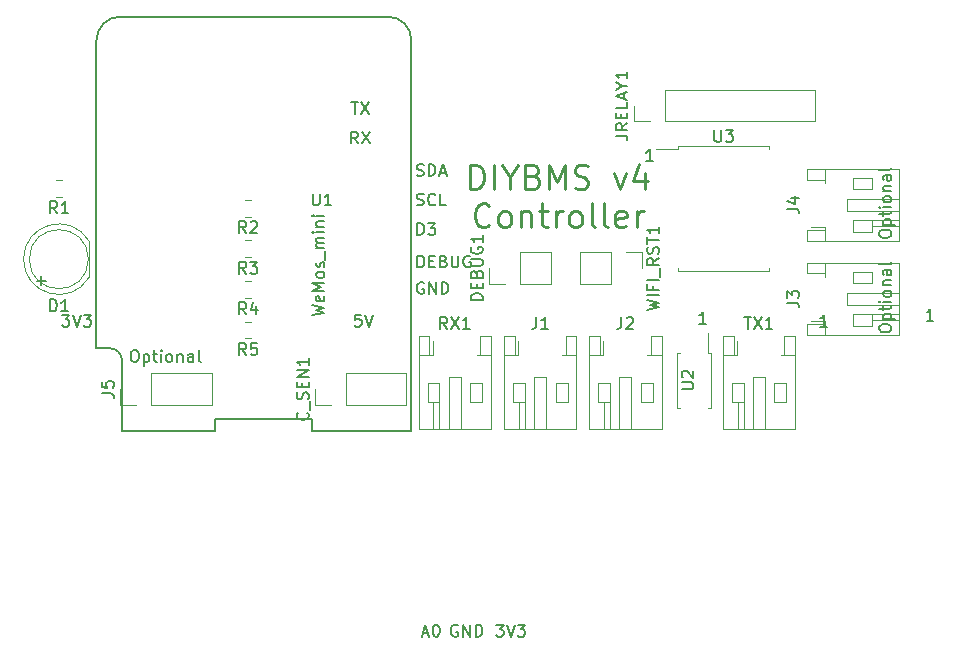
<source format=gbr>
G04 #@! TF.GenerationSoftware,KiCad,Pcbnew,5.1.5-52549c5~84~ubuntu18.04.1*
G04 #@! TF.CreationDate,2020-01-17T22:56:57+01:00*
G04 #@! TF.ProjectId,ESPControllerCircuit,45535043-6f6e-4747-926f-6c6c65724369,rev?*
G04 #@! TF.SameCoordinates,Original*
G04 #@! TF.FileFunction,Legend,Top*
G04 #@! TF.FilePolarity,Positive*
%FSLAX46Y46*%
G04 Gerber Fmt 4.6, Leading zero omitted, Abs format (unit mm)*
G04 Created by KiCad (PCBNEW 5.1.5-52549c5~84~ubuntu18.04.1) date 2020-01-17 22:56:57*
%MOMM*%
%LPD*%
G04 APERTURE LIST*
%ADD10C,0.150000*%
%ADD11C,0.250000*%
%ADD12C,0.120000*%
G04 APERTURE END LIST*
D10*
X100738095Y-103952380D02*
X101309523Y-103952380D01*
X101023809Y-104952380D02*
X101023809Y-103952380D01*
X101547619Y-103952380D02*
X102214285Y-104952380D01*
X102214285Y-103952380D02*
X101547619Y-104952380D01*
X101309523Y-107452380D02*
X100976190Y-106976190D01*
X100738094Y-107452380D02*
X100738094Y-106452380D01*
X101119047Y-106452380D01*
X101214285Y-106500000D01*
X101261904Y-106547619D01*
X101309523Y-106642857D01*
X101309523Y-106785714D01*
X101261904Y-106880952D01*
X101214285Y-106928571D01*
X101119047Y-106976190D01*
X100738094Y-106976190D01*
X101642856Y-106452380D02*
X102309523Y-107452380D01*
X102309523Y-106452380D02*
X101642856Y-107452380D01*
X130785714Y-122702380D02*
X130214285Y-122702380D01*
X130500000Y-122702380D02*
X130500000Y-121702380D01*
X130404761Y-121845238D01*
X130309523Y-121940476D01*
X130214285Y-121988095D01*
X141035714Y-122952380D02*
X140464285Y-122952380D01*
X140750000Y-122952380D02*
X140750000Y-121952380D01*
X140654761Y-122095238D01*
X140559523Y-122190476D01*
X140464285Y-122238095D01*
X82309523Y-124952380D02*
X82500000Y-124952380D01*
X82595238Y-125000000D01*
X82690476Y-125095238D01*
X82738095Y-125285714D01*
X82738095Y-125619047D01*
X82690476Y-125809523D01*
X82595238Y-125904761D01*
X82500000Y-125952380D01*
X82309523Y-125952380D01*
X82214285Y-125904761D01*
X82119047Y-125809523D01*
X82071428Y-125619047D01*
X82071428Y-125285714D01*
X82119047Y-125095238D01*
X82214285Y-125000000D01*
X82309523Y-124952380D01*
X83166666Y-125285714D02*
X83166666Y-126285714D01*
X83166666Y-125333333D02*
X83261904Y-125285714D01*
X83452380Y-125285714D01*
X83547619Y-125333333D01*
X83595238Y-125380952D01*
X83642857Y-125476190D01*
X83642857Y-125761904D01*
X83595238Y-125857142D01*
X83547619Y-125904761D01*
X83452380Y-125952380D01*
X83261904Y-125952380D01*
X83166666Y-125904761D01*
X83928571Y-125285714D02*
X84309523Y-125285714D01*
X84071428Y-124952380D02*
X84071428Y-125809523D01*
X84119047Y-125904761D01*
X84214285Y-125952380D01*
X84309523Y-125952380D01*
X84642857Y-125952380D02*
X84642857Y-125285714D01*
X84642857Y-124952380D02*
X84595238Y-125000000D01*
X84642857Y-125047619D01*
X84690476Y-125000000D01*
X84642857Y-124952380D01*
X84642857Y-125047619D01*
X85261904Y-125952380D02*
X85166666Y-125904761D01*
X85119047Y-125857142D01*
X85071428Y-125761904D01*
X85071428Y-125476190D01*
X85119047Y-125380952D01*
X85166666Y-125333333D01*
X85261904Y-125285714D01*
X85404761Y-125285714D01*
X85500000Y-125333333D01*
X85547619Y-125380952D01*
X85595238Y-125476190D01*
X85595238Y-125761904D01*
X85547619Y-125857142D01*
X85500000Y-125904761D01*
X85404761Y-125952380D01*
X85261904Y-125952380D01*
X86023809Y-125285714D02*
X86023809Y-125952380D01*
X86023809Y-125380952D02*
X86071428Y-125333333D01*
X86166666Y-125285714D01*
X86309523Y-125285714D01*
X86404761Y-125333333D01*
X86452380Y-125428571D01*
X86452380Y-125952380D01*
X87357142Y-125952380D02*
X87357142Y-125428571D01*
X87309523Y-125333333D01*
X87214285Y-125285714D01*
X87023809Y-125285714D01*
X86928571Y-125333333D01*
X87357142Y-125904761D02*
X87261904Y-125952380D01*
X87023809Y-125952380D01*
X86928571Y-125904761D01*
X86880952Y-125809523D01*
X86880952Y-125714285D01*
X86928571Y-125619047D01*
X87023809Y-125571428D01*
X87261904Y-125571428D01*
X87357142Y-125523809D01*
X87976190Y-125952380D02*
X87880952Y-125904761D01*
X87833333Y-125809523D01*
X87833333Y-124952380D01*
X145452380Y-115190476D02*
X145452380Y-115000000D01*
X145500000Y-114904761D01*
X145595238Y-114809523D01*
X145785714Y-114761904D01*
X146119047Y-114761904D01*
X146309523Y-114809523D01*
X146404761Y-114904761D01*
X146452380Y-115000000D01*
X146452380Y-115190476D01*
X146404761Y-115285714D01*
X146309523Y-115380952D01*
X146119047Y-115428571D01*
X145785714Y-115428571D01*
X145595238Y-115380952D01*
X145500000Y-115285714D01*
X145452380Y-115190476D01*
X145785714Y-114333333D02*
X146785714Y-114333333D01*
X145833333Y-114333333D02*
X145785714Y-114238095D01*
X145785714Y-114047619D01*
X145833333Y-113952380D01*
X145880952Y-113904761D01*
X145976190Y-113857142D01*
X146261904Y-113857142D01*
X146357142Y-113904761D01*
X146404761Y-113952380D01*
X146452380Y-114047619D01*
X146452380Y-114238095D01*
X146404761Y-114333333D01*
X145785714Y-113571428D02*
X145785714Y-113190476D01*
X145452380Y-113428571D02*
X146309523Y-113428571D01*
X146404761Y-113380952D01*
X146452380Y-113285714D01*
X146452380Y-113190476D01*
X146452380Y-112857142D02*
X145785714Y-112857142D01*
X145452380Y-112857142D02*
X145500000Y-112904761D01*
X145547619Y-112857142D01*
X145500000Y-112809523D01*
X145452380Y-112857142D01*
X145547619Y-112857142D01*
X146452380Y-112238095D02*
X146404761Y-112333333D01*
X146357142Y-112380952D01*
X146261904Y-112428571D01*
X145976190Y-112428571D01*
X145880952Y-112380952D01*
X145833333Y-112333333D01*
X145785714Y-112238095D01*
X145785714Y-112095238D01*
X145833333Y-112000000D01*
X145880952Y-111952380D01*
X145976190Y-111904761D01*
X146261904Y-111904761D01*
X146357142Y-111952380D01*
X146404761Y-112000000D01*
X146452380Y-112095238D01*
X146452380Y-112238095D01*
X145785714Y-111476190D02*
X146452380Y-111476190D01*
X145880952Y-111476190D02*
X145833333Y-111428571D01*
X145785714Y-111333333D01*
X145785714Y-111190476D01*
X145833333Y-111095238D01*
X145928571Y-111047619D01*
X146452380Y-111047619D01*
X146452380Y-110142857D02*
X145928571Y-110142857D01*
X145833333Y-110190476D01*
X145785714Y-110285714D01*
X145785714Y-110476190D01*
X145833333Y-110571428D01*
X146404761Y-110142857D02*
X146452380Y-110238095D01*
X146452380Y-110476190D01*
X146404761Y-110571428D01*
X146309523Y-110619047D01*
X146214285Y-110619047D01*
X146119047Y-110571428D01*
X146071428Y-110476190D01*
X146071428Y-110238095D01*
X146023809Y-110142857D01*
X146452380Y-109523809D02*
X146404761Y-109619047D01*
X146309523Y-109666666D01*
X145452380Y-109666666D01*
X145452380Y-123190476D02*
X145452380Y-123000000D01*
X145500000Y-122904761D01*
X145595238Y-122809523D01*
X145785714Y-122761904D01*
X146119047Y-122761904D01*
X146309523Y-122809523D01*
X146404761Y-122904761D01*
X146452380Y-123000000D01*
X146452380Y-123190476D01*
X146404761Y-123285714D01*
X146309523Y-123380952D01*
X146119047Y-123428571D01*
X145785714Y-123428571D01*
X145595238Y-123380952D01*
X145500000Y-123285714D01*
X145452380Y-123190476D01*
X145785714Y-122333333D02*
X146785714Y-122333333D01*
X145833333Y-122333333D02*
X145785714Y-122238095D01*
X145785714Y-122047619D01*
X145833333Y-121952380D01*
X145880952Y-121904761D01*
X145976190Y-121857142D01*
X146261904Y-121857142D01*
X146357142Y-121904761D01*
X146404761Y-121952380D01*
X146452380Y-122047619D01*
X146452380Y-122238095D01*
X146404761Y-122333333D01*
X145785714Y-121571428D02*
X145785714Y-121190476D01*
X145452380Y-121428571D02*
X146309523Y-121428571D01*
X146404761Y-121380952D01*
X146452380Y-121285714D01*
X146452380Y-121190476D01*
X146452380Y-120857142D02*
X145785714Y-120857142D01*
X145452380Y-120857142D02*
X145500000Y-120904761D01*
X145547619Y-120857142D01*
X145500000Y-120809523D01*
X145452380Y-120857142D01*
X145547619Y-120857142D01*
X146452380Y-120238095D02*
X146404761Y-120333333D01*
X146357142Y-120380952D01*
X146261904Y-120428571D01*
X145976190Y-120428571D01*
X145880952Y-120380952D01*
X145833333Y-120333333D01*
X145785714Y-120238095D01*
X145785714Y-120095238D01*
X145833333Y-120000000D01*
X145880952Y-119952380D01*
X145976190Y-119904761D01*
X146261904Y-119904761D01*
X146357142Y-119952380D01*
X146404761Y-120000000D01*
X146452380Y-120095238D01*
X146452380Y-120238095D01*
X145785714Y-119476190D02*
X146452380Y-119476190D01*
X145880952Y-119476190D02*
X145833333Y-119428571D01*
X145785714Y-119333333D01*
X145785714Y-119190476D01*
X145833333Y-119095238D01*
X145928571Y-119047619D01*
X146452380Y-119047619D01*
X146452380Y-118142857D02*
X145928571Y-118142857D01*
X145833333Y-118190476D01*
X145785714Y-118285714D01*
X145785714Y-118476190D01*
X145833333Y-118571428D01*
X146404761Y-118142857D02*
X146452380Y-118238095D01*
X146452380Y-118476190D01*
X146404761Y-118571428D01*
X146309523Y-118619047D01*
X146214285Y-118619047D01*
X146119047Y-118571428D01*
X146071428Y-118476190D01*
X146071428Y-118238095D01*
X146023809Y-118142857D01*
X146452380Y-117523809D02*
X146404761Y-117619047D01*
X146309523Y-117666666D01*
X145452380Y-117666666D01*
X106785714Y-148916666D02*
X107261904Y-148916666D01*
X106690476Y-149202380D02*
X107023809Y-148202380D01*
X107357142Y-149202380D01*
X107880952Y-148202380D02*
X107976190Y-148202380D01*
X108071428Y-148250000D01*
X108119047Y-148297619D01*
X108166666Y-148392857D01*
X108214285Y-148583333D01*
X108214285Y-148821428D01*
X108166666Y-149011904D01*
X108119047Y-149107142D01*
X108071428Y-149154761D01*
X107976190Y-149202380D01*
X107880952Y-149202380D01*
X107785714Y-149154761D01*
X107738095Y-149107142D01*
X107690476Y-149011904D01*
X107642857Y-148821428D01*
X107642857Y-148583333D01*
X107690476Y-148392857D01*
X107738095Y-148297619D01*
X107785714Y-148250000D01*
X107880952Y-148202380D01*
X109738095Y-148250000D02*
X109642857Y-148202380D01*
X109500000Y-148202380D01*
X109357142Y-148250000D01*
X109261904Y-148345238D01*
X109214285Y-148440476D01*
X109166666Y-148630952D01*
X109166666Y-148773809D01*
X109214285Y-148964285D01*
X109261904Y-149059523D01*
X109357142Y-149154761D01*
X109500000Y-149202380D01*
X109595238Y-149202380D01*
X109738095Y-149154761D01*
X109785714Y-149107142D01*
X109785714Y-148773809D01*
X109595238Y-148773809D01*
X110214285Y-149202380D02*
X110214285Y-148202380D01*
X110785714Y-149202380D01*
X110785714Y-148202380D01*
X111261904Y-149202380D02*
X111261904Y-148202380D01*
X111500000Y-148202380D01*
X111642857Y-148250000D01*
X111738095Y-148345238D01*
X111785714Y-148440476D01*
X111833333Y-148630952D01*
X111833333Y-148773809D01*
X111785714Y-148964285D01*
X111738095Y-149059523D01*
X111642857Y-149154761D01*
X111500000Y-149202380D01*
X111261904Y-149202380D01*
X113011904Y-148202380D02*
X113630952Y-148202380D01*
X113297619Y-148583333D01*
X113440476Y-148583333D01*
X113535714Y-148630952D01*
X113583333Y-148678571D01*
X113630952Y-148773809D01*
X113630952Y-149011904D01*
X113583333Y-149107142D01*
X113535714Y-149154761D01*
X113440476Y-149202380D01*
X113154761Y-149202380D01*
X113059523Y-149154761D01*
X113011904Y-149107142D01*
X113916666Y-148202380D02*
X114250000Y-149202380D01*
X114583333Y-148202380D01*
X114821428Y-148202380D02*
X115440476Y-148202380D01*
X115107142Y-148583333D01*
X115250000Y-148583333D01*
X115345238Y-148630952D01*
X115392857Y-148678571D01*
X115440476Y-148773809D01*
X115440476Y-149011904D01*
X115392857Y-149107142D01*
X115345238Y-149154761D01*
X115250000Y-149202380D01*
X114964285Y-149202380D01*
X114869047Y-149154761D01*
X114821428Y-149107142D01*
X106333332Y-115202380D02*
X106333332Y-114202380D01*
X106571428Y-114202380D01*
X106714285Y-114250000D01*
X106809523Y-114345238D01*
X106857142Y-114440476D01*
X106904761Y-114630952D01*
X106904761Y-114773809D01*
X106857142Y-114964285D01*
X106809523Y-115059523D01*
X106714285Y-115154761D01*
X106571428Y-115202380D01*
X106333332Y-115202380D01*
X107238094Y-114202380D02*
X107857142Y-114202380D01*
X107523808Y-114583333D01*
X107666666Y-114583333D01*
X107761904Y-114630952D01*
X107809523Y-114678571D01*
X107857142Y-114773809D01*
X107857142Y-115011904D01*
X107809523Y-115107142D01*
X107761904Y-115154761D01*
X107666666Y-115202380D01*
X107380951Y-115202380D01*
X107285713Y-115154761D01*
X107238094Y-115107142D01*
X106333332Y-117952380D02*
X106333332Y-116952380D01*
X106571428Y-116952380D01*
X106714285Y-117000000D01*
X106809523Y-117095238D01*
X106857142Y-117190476D01*
X106904761Y-117380952D01*
X106904761Y-117523809D01*
X106857142Y-117714285D01*
X106809523Y-117809523D01*
X106714285Y-117904761D01*
X106571428Y-117952380D01*
X106333332Y-117952380D01*
X107333332Y-117428571D02*
X107666666Y-117428571D01*
X107809523Y-117952380D02*
X107333332Y-117952380D01*
X107333332Y-116952380D01*
X107809523Y-116952380D01*
X108571428Y-117428571D02*
X108714285Y-117476190D01*
X108761904Y-117523809D01*
X108809523Y-117619047D01*
X108809523Y-117761904D01*
X108761904Y-117857142D01*
X108714285Y-117904761D01*
X108619047Y-117952380D01*
X108238094Y-117952380D01*
X108238094Y-116952380D01*
X108571428Y-116952380D01*
X108666666Y-117000000D01*
X108714285Y-117047619D01*
X108761904Y-117142857D01*
X108761904Y-117238095D01*
X108714285Y-117333333D01*
X108666666Y-117380952D01*
X108571428Y-117428571D01*
X108238094Y-117428571D01*
X109238094Y-116952380D02*
X109238094Y-117761904D01*
X109285713Y-117857142D01*
X109333332Y-117904761D01*
X109428570Y-117952380D01*
X109619047Y-117952380D01*
X109714285Y-117904761D01*
X109761904Y-117857142D01*
X109809523Y-117761904D01*
X109809523Y-116952380D01*
X110809523Y-117000000D02*
X110714285Y-116952380D01*
X110571428Y-116952380D01*
X110428570Y-117000000D01*
X110333332Y-117095238D01*
X110285713Y-117190476D01*
X110238094Y-117380952D01*
X110238094Y-117523809D01*
X110285713Y-117714285D01*
X110333332Y-117809523D01*
X110428570Y-117904761D01*
X110571428Y-117952380D01*
X110666666Y-117952380D01*
X110809523Y-117904761D01*
X110857142Y-117857142D01*
X110857142Y-117523809D01*
X110666666Y-117523809D01*
X106285713Y-112654761D02*
X106428570Y-112702380D01*
X106666666Y-112702380D01*
X106761904Y-112654761D01*
X106809523Y-112607142D01*
X106857142Y-112511904D01*
X106857142Y-112416666D01*
X106809523Y-112321428D01*
X106761904Y-112273809D01*
X106666666Y-112226190D01*
X106476190Y-112178571D01*
X106380951Y-112130952D01*
X106333332Y-112083333D01*
X106285713Y-111988095D01*
X106285713Y-111892857D01*
X106333332Y-111797619D01*
X106380951Y-111750000D01*
X106476190Y-111702380D01*
X106714285Y-111702380D01*
X106857142Y-111750000D01*
X107857142Y-112607142D02*
X107809523Y-112654761D01*
X107666666Y-112702380D01*
X107571428Y-112702380D01*
X107428570Y-112654761D01*
X107333332Y-112559523D01*
X107285713Y-112464285D01*
X107238094Y-112273809D01*
X107238094Y-112130952D01*
X107285713Y-111940476D01*
X107333332Y-111845238D01*
X107428570Y-111750000D01*
X107571428Y-111702380D01*
X107666666Y-111702380D01*
X107809523Y-111750000D01*
X107857142Y-111797619D01*
X108761904Y-112702380D02*
X108285713Y-112702380D01*
X108285713Y-111702380D01*
X106285714Y-110154761D02*
X106428571Y-110202380D01*
X106666666Y-110202380D01*
X106761904Y-110154761D01*
X106809523Y-110107142D01*
X106857142Y-110011904D01*
X106857142Y-109916666D01*
X106809523Y-109821428D01*
X106761904Y-109773809D01*
X106666666Y-109726190D01*
X106476190Y-109678571D01*
X106380952Y-109630952D01*
X106333333Y-109583333D01*
X106285714Y-109488095D01*
X106285714Y-109392857D01*
X106333333Y-109297619D01*
X106380952Y-109250000D01*
X106476190Y-109202380D01*
X106714285Y-109202380D01*
X106857142Y-109250000D01*
X107285714Y-110202380D02*
X107285714Y-109202380D01*
X107523809Y-109202380D01*
X107666666Y-109250000D01*
X107761904Y-109345238D01*
X107809523Y-109440476D01*
X107857142Y-109630952D01*
X107857142Y-109773809D01*
X107809523Y-109964285D01*
X107761904Y-110059523D01*
X107666666Y-110154761D01*
X107523809Y-110202380D01*
X107285714Y-110202380D01*
X108238095Y-109916666D02*
X108714285Y-109916666D01*
X108142857Y-110202380D02*
X108476190Y-109202380D01*
X108809523Y-110202380D01*
X106857142Y-119250000D02*
X106761904Y-119202380D01*
X106619047Y-119202380D01*
X106476189Y-119250000D01*
X106380951Y-119345238D01*
X106333332Y-119440476D01*
X106285713Y-119630952D01*
X106285713Y-119773809D01*
X106333332Y-119964285D01*
X106380951Y-120059523D01*
X106476189Y-120154761D01*
X106619047Y-120202380D01*
X106714285Y-120202380D01*
X106857142Y-120154761D01*
X106904761Y-120107142D01*
X106904761Y-119773809D01*
X106714285Y-119773809D01*
X107333332Y-120202380D02*
X107333332Y-119202380D01*
X107904761Y-120202380D01*
X107904761Y-119202380D01*
X108380951Y-120202380D02*
X108380951Y-119202380D01*
X108619047Y-119202380D01*
X108761904Y-119250000D01*
X108857142Y-119345238D01*
X108904761Y-119440476D01*
X108952380Y-119630952D01*
X108952380Y-119773809D01*
X108904761Y-119964285D01*
X108857142Y-120059523D01*
X108761904Y-120154761D01*
X108619047Y-120202380D01*
X108380951Y-120202380D01*
X101559523Y-121952380D02*
X101083333Y-121952380D01*
X101035714Y-122428571D01*
X101083333Y-122380952D01*
X101178571Y-122333333D01*
X101416666Y-122333333D01*
X101511904Y-122380952D01*
X101559523Y-122428571D01*
X101607142Y-122523809D01*
X101607142Y-122761904D01*
X101559523Y-122857142D01*
X101511904Y-122904761D01*
X101416666Y-122952380D01*
X101178571Y-122952380D01*
X101083333Y-122904761D01*
X101035714Y-122857142D01*
X101892857Y-121952380D02*
X102226190Y-122952380D01*
X102559523Y-121952380D01*
X76261904Y-121952380D02*
X76880952Y-121952380D01*
X76547619Y-122333333D01*
X76690476Y-122333333D01*
X76785714Y-122380952D01*
X76833333Y-122428571D01*
X76880952Y-122523809D01*
X76880952Y-122761904D01*
X76833333Y-122857142D01*
X76785714Y-122904761D01*
X76690476Y-122952380D01*
X76404761Y-122952380D01*
X76309523Y-122904761D01*
X76261904Y-122857142D01*
X77166666Y-121952380D02*
X77500000Y-122952380D01*
X77833333Y-121952380D01*
X78071428Y-121952380D02*
X78690476Y-121952380D01*
X78357142Y-122333333D01*
X78500000Y-122333333D01*
X78595238Y-122380952D01*
X78642857Y-122428571D01*
X78690476Y-122523809D01*
X78690476Y-122761904D01*
X78642857Y-122857142D01*
X78595238Y-122904761D01*
X78500000Y-122952380D01*
X78214285Y-122952380D01*
X78119047Y-122904761D01*
X78071428Y-122857142D01*
X74119047Y-119071428D02*
X74880952Y-119071428D01*
X74500000Y-119452380D02*
X74500000Y-118690476D01*
X126285714Y-108952380D02*
X125714285Y-108952380D01*
X126000000Y-108952380D02*
X126000000Y-107952380D01*
X125904761Y-108095238D01*
X125809523Y-108190476D01*
X125714285Y-108238095D01*
X150035714Y-122452380D02*
X149464285Y-122452380D01*
X149750000Y-122452380D02*
X149750000Y-121452380D01*
X149654761Y-121595238D01*
X149559523Y-121690476D01*
X149464285Y-121738095D01*
D11*
X110821428Y-111279761D02*
X110821428Y-109279761D01*
X111297619Y-109279761D01*
X111583333Y-109375000D01*
X111773809Y-109565476D01*
X111869047Y-109755952D01*
X111964285Y-110136904D01*
X111964285Y-110422619D01*
X111869047Y-110803571D01*
X111773809Y-110994047D01*
X111583333Y-111184523D01*
X111297619Y-111279761D01*
X110821428Y-111279761D01*
X112821428Y-111279761D02*
X112821428Y-109279761D01*
X114154761Y-110327380D02*
X114154761Y-111279761D01*
X113488095Y-109279761D02*
X114154761Y-110327380D01*
X114821428Y-109279761D01*
X116154761Y-110232142D02*
X116440476Y-110327380D01*
X116535714Y-110422619D01*
X116630952Y-110613095D01*
X116630952Y-110898809D01*
X116535714Y-111089285D01*
X116440476Y-111184523D01*
X116250000Y-111279761D01*
X115488095Y-111279761D01*
X115488095Y-109279761D01*
X116154761Y-109279761D01*
X116345238Y-109375000D01*
X116440476Y-109470238D01*
X116535714Y-109660714D01*
X116535714Y-109851190D01*
X116440476Y-110041666D01*
X116345238Y-110136904D01*
X116154761Y-110232142D01*
X115488095Y-110232142D01*
X117488095Y-111279761D02*
X117488095Y-109279761D01*
X118154761Y-110708333D01*
X118821428Y-109279761D01*
X118821428Y-111279761D01*
X119678571Y-111184523D02*
X119964285Y-111279761D01*
X120440476Y-111279761D01*
X120630952Y-111184523D01*
X120726190Y-111089285D01*
X120821428Y-110898809D01*
X120821428Y-110708333D01*
X120726190Y-110517857D01*
X120630952Y-110422619D01*
X120440476Y-110327380D01*
X120059523Y-110232142D01*
X119869047Y-110136904D01*
X119773809Y-110041666D01*
X119678571Y-109851190D01*
X119678571Y-109660714D01*
X119773809Y-109470238D01*
X119869047Y-109375000D01*
X120059523Y-109279761D01*
X120535714Y-109279761D01*
X120821428Y-109375000D01*
X123011904Y-109946428D02*
X123488095Y-111279761D01*
X123964285Y-109946428D01*
X125583333Y-109946428D02*
X125583333Y-111279761D01*
X125107142Y-109184523D02*
X124630952Y-110613095D01*
X125869047Y-110613095D01*
X112440476Y-114339285D02*
X112345238Y-114434523D01*
X112059523Y-114529761D01*
X111869047Y-114529761D01*
X111583333Y-114434523D01*
X111392857Y-114244047D01*
X111297619Y-114053571D01*
X111202380Y-113672619D01*
X111202380Y-113386904D01*
X111297619Y-113005952D01*
X111392857Y-112815476D01*
X111583333Y-112625000D01*
X111869047Y-112529761D01*
X112059523Y-112529761D01*
X112345238Y-112625000D01*
X112440476Y-112720238D01*
X113583333Y-114529761D02*
X113392857Y-114434523D01*
X113297619Y-114339285D01*
X113202380Y-114148809D01*
X113202380Y-113577380D01*
X113297619Y-113386904D01*
X113392857Y-113291666D01*
X113583333Y-113196428D01*
X113869047Y-113196428D01*
X114059523Y-113291666D01*
X114154761Y-113386904D01*
X114250000Y-113577380D01*
X114250000Y-114148809D01*
X114154761Y-114339285D01*
X114059523Y-114434523D01*
X113869047Y-114529761D01*
X113583333Y-114529761D01*
X115107142Y-113196428D02*
X115107142Y-114529761D01*
X115107142Y-113386904D02*
X115202380Y-113291666D01*
X115392857Y-113196428D01*
X115678571Y-113196428D01*
X115869047Y-113291666D01*
X115964285Y-113482142D01*
X115964285Y-114529761D01*
X116630952Y-113196428D02*
X117392857Y-113196428D01*
X116916666Y-112529761D02*
X116916666Y-114244047D01*
X117011904Y-114434523D01*
X117202380Y-114529761D01*
X117392857Y-114529761D01*
X118059523Y-114529761D02*
X118059523Y-113196428D01*
X118059523Y-113577380D02*
X118154761Y-113386904D01*
X118250000Y-113291666D01*
X118440476Y-113196428D01*
X118630952Y-113196428D01*
X119583333Y-114529761D02*
X119392857Y-114434523D01*
X119297619Y-114339285D01*
X119202380Y-114148809D01*
X119202380Y-113577380D01*
X119297619Y-113386904D01*
X119392857Y-113291666D01*
X119583333Y-113196428D01*
X119869047Y-113196428D01*
X120059523Y-113291666D01*
X120154761Y-113386904D01*
X120250000Y-113577380D01*
X120250000Y-114148809D01*
X120154761Y-114339285D01*
X120059523Y-114434523D01*
X119869047Y-114529761D01*
X119583333Y-114529761D01*
X121392857Y-114529761D02*
X121202380Y-114434523D01*
X121107142Y-114244047D01*
X121107142Y-112529761D01*
X122440476Y-114529761D02*
X122250000Y-114434523D01*
X122154761Y-114244047D01*
X122154761Y-112529761D01*
X123964285Y-114434523D02*
X123773809Y-114529761D01*
X123392857Y-114529761D01*
X123202380Y-114434523D01*
X123107142Y-114244047D01*
X123107142Y-113482142D01*
X123202380Y-113291666D01*
X123392857Y-113196428D01*
X123773809Y-113196428D01*
X123964285Y-113291666D01*
X124059523Y-113482142D01*
X124059523Y-113672619D01*
X123107142Y-113863095D01*
X124916666Y-114529761D02*
X124916666Y-113196428D01*
X124916666Y-113577380D02*
X125011904Y-113386904D01*
X125107142Y-113291666D01*
X125297619Y-113196428D01*
X125488095Y-113196428D01*
D12*
X128390000Y-107954990D02*
X126575000Y-107954990D01*
X128390000Y-107699990D02*
X128390000Y-107954990D01*
X132250000Y-107699990D02*
X128390000Y-107699990D01*
X136110000Y-107699990D02*
X136110000Y-107954990D01*
X132250000Y-107699990D02*
X136110000Y-107699990D01*
X128390000Y-118219990D02*
X128390000Y-117964990D01*
X132250000Y-118219990D02*
X128390000Y-118219990D01*
X136110000Y-118219990D02*
X136110000Y-117964990D01*
X132250000Y-118219990D02*
X136110000Y-118219990D01*
X81170000Y-129580000D02*
X81170000Y-128250000D01*
X82500000Y-129580000D02*
X81170000Y-129580000D01*
X83770000Y-129580000D02*
X83770000Y-126920000D01*
X83770000Y-126920000D02*
X88910000Y-126920000D01*
X83770000Y-129580000D02*
X88910000Y-129580000D01*
X88910000Y-129580000D02*
X88910000Y-126920000D01*
X97670000Y-129580000D02*
X97670000Y-128250000D01*
X99000000Y-129580000D02*
X97670000Y-129580000D01*
X100270000Y-129580000D02*
X100270000Y-126920000D01*
X100270000Y-126920000D02*
X105410000Y-126920000D01*
X100270000Y-129580000D02*
X105410000Y-129580000D01*
X105410000Y-129580000D02*
X105410000Y-126920000D01*
X125330000Y-116670000D02*
X125330000Y-118000000D01*
X124000000Y-116670000D02*
X125330000Y-116670000D01*
X122730000Y-116670000D02*
X122730000Y-119330000D01*
X122730000Y-119330000D02*
X120130000Y-119330000D01*
X122730000Y-116670000D02*
X120130000Y-116670000D01*
X120130000Y-116670000D02*
X120130000Y-119330000D01*
X112420000Y-119330000D02*
X112420000Y-118000000D01*
X113750000Y-119330000D02*
X112420000Y-119330000D01*
X115020000Y-119330000D02*
X115020000Y-116670000D01*
X115020000Y-116670000D02*
X117620000Y-116670000D01*
X115020000Y-119330000D02*
X117620000Y-119330000D01*
X117620000Y-119330000D02*
X117620000Y-116670000D01*
X78540000Y-118795000D02*
X78540000Y-115705000D01*
X78480000Y-117250000D02*
G75*
G03X78480000Y-117250000I-2500000J0D01*
G01*
X72990000Y-117250462D02*
G75*
G02X78540000Y-115705170I2990000J462D01*
G01*
X72990000Y-117249538D02*
G75*
G03X78540000Y-118794830I2990000J-462D01*
G01*
X133390000Y-125390000D02*
X133390000Y-124175000D01*
X133450000Y-129350000D02*
X133450000Y-131610000D01*
X133950000Y-129350000D02*
X133950000Y-131610000D01*
X136550000Y-127750000D02*
X137550000Y-127750000D01*
X136550000Y-129350000D02*
X136550000Y-127750000D01*
X137550000Y-129350000D02*
X136550000Y-129350000D01*
X137550000Y-127750000D02*
X137550000Y-129350000D01*
X133950000Y-127750000D02*
X132950000Y-127750000D01*
X133950000Y-129350000D02*
X133950000Y-127750000D01*
X132950000Y-129350000D02*
X133950000Y-129350000D01*
X132950000Y-127750000D02*
X132950000Y-129350000D01*
X138310000Y-125390000D02*
X137390000Y-125390000D01*
X132190000Y-125390000D02*
X133110000Y-125390000D01*
X135750000Y-127250000D02*
X135750000Y-131610000D01*
X134750000Y-127250000D02*
X135750000Y-127250000D01*
X134750000Y-131610000D02*
X134750000Y-127250000D01*
X137390000Y-125390000D02*
X137110000Y-125390000D01*
X137390000Y-123790000D02*
X137390000Y-125390000D01*
X138310000Y-123790000D02*
X137390000Y-123790000D01*
X138310000Y-131610000D02*
X138310000Y-123790000D01*
X132190000Y-131610000D02*
X138310000Y-131610000D01*
X132190000Y-123790000D02*
X132190000Y-131610000D01*
X133110000Y-123790000D02*
X132190000Y-123790000D01*
X133110000Y-125390000D02*
X133110000Y-123790000D01*
X133390000Y-125390000D02*
X133110000Y-125390000D01*
X107640000Y-125390000D02*
X107640000Y-124175000D01*
X107700000Y-129350000D02*
X107700000Y-131610000D01*
X108200000Y-129350000D02*
X108200000Y-131610000D01*
X110800000Y-127750000D02*
X111800000Y-127750000D01*
X110800000Y-129350000D02*
X110800000Y-127750000D01*
X111800000Y-129350000D02*
X110800000Y-129350000D01*
X111800000Y-127750000D02*
X111800000Y-129350000D01*
X108200000Y-127750000D02*
X107200000Y-127750000D01*
X108200000Y-129350000D02*
X108200000Y-127750000D01*
X107200000Y-129350000D02*
X108200000Y-129350000D01*
X107200000Y-127750000D02*
X107200000Y-129350000D01*
X112560000Y-125390000D02*
X111640000Y-125390000D01*
X106440000Y-125390000D02*
X107360000Y-125390000D01*
X110000000Y-127250000D02*
X110000000Y-131610000D01*
X109000000Y-127250000D02*
X110000000Y-127250000D01*
X109000000Y-131610000D02*
X109000000Y-127250000D01*
X111640000Y-125390000D02*
X111360000Y-125390000D01*
X111640000Y-123790000D02*
X111640000Y-125390000D01*
X112560000Y-123790000D02*
X111640000Y-123790000D01*
X112560000Y-131610000D02*
X112560000Y-123790000D01*
X106440000Y-131610000D02*
X112560000Y-131610000D01*
X106440000Y-123790000D02*
X106440000Y-131610000D01*
X107360000Y-123790000D02*
X106440000Y-123790000D01*
X107360000Y-125390000D02*
X107360000Y-123790000D01*
X107640000Y-125390000D02*
X107360000Y-125390000D01*
X124670000Y-105580000D02*
X124670000Y-104250000D01*
X126000000Y-105580000D02*
X124670000Y-105580000D01*
X127270000Y-105580000D02*
X127270000Y-102920000D01*
X127270000Y-102920000D02*
X140030000Y-102920000D01*
X127270000Y-105580000D02*
X140030000Y-105580000D01*
X140030000Y-105580000D02*
X140030000Y-102920000D01*
X140890000Y-114510000D02*
X139675000Y-114510000D01*
X144850000Y-114450000D02*
X147110000Y-114450000D01*
X144850000Y-113950000D02*
X147110000Y-113950000D01*
X143250000Y-111350000D02*
X143250000Y-110350000D01*
X144850000Y-111350000D02*
X143250000Y-111350000D01*
X144850000Y-110350000D02*
X144850000Y-111350000D01*
X143250000Y-110350000D02*
X144850000Y-110350000D01*
X143250000Y-113950000D02*
X143250000Y-114950000D01*
X144850000Y-113950000D02*
X143250000Y-113950000D01*
X144850000Y-114950000D02*
X144850000Y-113950000D01*
X143250000Y-114950000D02*
X144850000Y-114950000D01*
X140890000Y-109590000D02*
X140890000Y-110510000D01*
X140890000Y-115710000D02*
X140890000Y-114790000D01*
X142750000Y-112150000D02*
X147110000Y-112150000D01*
X142750000Y-113150000D02*
X142750000Y-112150000D01*
X147110000Y-113150000D02*
X142750000Y-113150000D01*
X140890000Y-110510000D02*
X140890000Y-110790000D01*
X139290000Y-110510000D02*
X140890000Y-110510000D01*
X139290000Y-109590000D02*
X139290000Y-110510000D01*
X147110000Y-109590000D02*
X139290000Y-109590000D01*
X147110000Y-115710000D02*
X147110000Y-109590000D01*
X139290000Y-115710000D02*
X147110000Y-115710000D01*
X139290000Y-114790000D02*
X139290000Y-115710000D01*
X140890000Y-114790000D02*
X139290000Y-114790000D01*
X140890000Y-114510000D02*
X140890000Y-114790000D01*
X140890000Y-122460000D02*
X139675000Y-122460000D01*
X144850000Y-122400000D02*
X147110000Y-122400000D01*
X144850000Y-121900000D02*
X147110000Y-121900000D01*
X143250000Y-119300000D02*
X143250000Y-118300000D01*
X144850000Y-119300000D02*
X143250000Y-119300000D01*
X144850000Y-118300000D02*
X144850000Y-119300000D01*
X143250000Y-118300000D02*
X144850000Y-118300000D01*
X143250000Y-121900000D02*
X143250000Y-122900000D01*
X144850000Y-121900000D02*
X143250000Y-121900000D01*
X144850000Y-122900000D02*
X144850000Y-121900000D01*
X143250000Y-122900000D02*
X144850000Y-122900000D01*
X140890000Y-117540000D02*
X140890000Y-118460000D01*
X140890000Y-123660000D02*
X140890000Y-122740000D01*
X142750000Y-120100000D02*
X147110000Y-120100000D01*
X142750000Y-121100000D02*
X142750000Y-120100000D01*
X147110000Y-121100000D02*
X142750000Y-121100000D01*
X140890000Y-118460000D02*
X140890000Y-118740000D01*
X139290000Y-118460000D02*
X140890000Y-118460000D01*
X139290000Y-117540000D02*
X139290000Y-118460000D01*
X147110000Y-117540000D02*
X139290000Y-117540000D01*
X147110000Y-123660000D02*
X147110000Y-117540000D01*
X139290000Y-123660000D02*
X147110000Y-123660000D01*
X139290000Y-122740000D02*
X139290000Y-123660000D01*
X140890000Y-122740000D02*
X139290000Y-122740000D01*
X140890000Y-122460000D02*
X140890000Y-122740000D01*
X122090000Y-125390000D02*
X122090000Y-124175000D01*
X122150000Y-129350000D02*
X122150000Y-131610000D01*
X122650000Y-129350000D02*
X122650000Y-131610000D01*
X125250000Y-127750000D02*
X126250000Y-127750000D01*
X125250000Y-129350000D02*
X125250000Y-127750000D01*
X126250000Y-129350000D02*
X125250000Y-129350000D01*
X126250000Y-127750000D02*
X126250000Y-129350000D01*
X122650000Y-127750000D02*
X121650000Y-127750000D01*
X122650000Y-129350000D02*
X122650000Y-127750000D01*
X121650000Y-129350000D02*
X122650000Y-129350000D01*
X121650000Y-127750000D02*
X121650000Y-129350000D01*
X127010000Y-125390000D02*
X126090000Y-125390000D01*
X120890000Y-125390000D02*
X121810000Y-125390000D01*
X124450000Y-127250000D02*
X124450000Y-131610000D01*
X123450000Y-127250000D02*
X124450000Y-127250000D01*
X123450000Y-131610000D02*
X123450000Y-127250000D01*
X126090000Y-125390000D02*
X125810000Y-125390000D01*
X126090000Y-123790000D02*
X126090000Y-125390000D01*
X127010000Y-123790000D02*
X126090000Y-123790000D01*
X127010000Y-131610000D02*
X127010000Y-123790000D01*
X120890000Y-131610000D02*
X127010000Y-131610000D01*
X120890000Y-123790000D02*
X120890000Y-131610000D01*
X121810000Y-123790000D02*
X120890000Y-123790000D01*
X121810000Y-125390000D02*
X121810000Y-123790000D01*
X122090000Y-125390000D02*
X121810000Y-125390000D01*
X114890000Y-125390000D02*
X114890000Y-124175000D01*
X114950000Y-129350000D02*
X114950000Y-131610000D01*
X115450000Y-129350000D02*
X115450000Y-131610000D01*
X118050000Y-127750000D02*
X119050000Y-127750000D01*
X118050000Y-129350000D02*
X118050000Y-127750000D01*
X119050000Y-129350000D02*
X118050000Y-129350000D01*
X119050000Y-127750000D02*
X119050000Y-129350000D01*
X115450000Y-127750000D02*
X114450000Y-127750000D01*
X115450000Y-129350000D02*
X115450000Y-127750000D01*
X114450000Y-129350000D02*
X115450000Y-129350000D01*
X114450000Y-127750000D02*
X114450000Y-129350000D01*
X119810000Y-125390000D02*
X118890000Y-125390000D01*
X113690000Y-125390000D02*
X114610000Y-125390000D01*
X117250000Y-127250000D02*
X117250000Y-131610000D01*
X116250000Y-127250000D02*
X117250000Y-127250000D01*
X116250000Y-131610000D02*
X116250000Y-127250000D01*
X118890000Y-125390000D02*
X118610000Y-125390000D01*
X118890000Y-123790000D02*
X118890000Y-125390000D01*
X119810000Y-123790000D02*
X118890000Y-123790000D01*
X119810000Y-131610000D02*
X119810000Y-123790000D01*
X113690000Y-131610000D02*
X119810000Y-131610000D01*
X113690000Y-123790000D02*
X113690000Y-131610000D01*
X114610000Y-123790000D02*
X113690000Y-123790000D01*
X114610000Y-125390000D02*
X114610000Y-123790000D01*
X114890000Y-125390000D02*
X114610000Y-125390000D01*
X92261252Y-122540000D02*
X91738748Y-122540000D01*
X92261252Y-123960000D02*
X91738748Y-123960000D01*
X92261252Y-119102500D02*
X91738748Y-119102500D01*
X92261252Y-120522500D02*
X91738748Y-120522500D01*
X92261252Y-115665000D02*
X91738748Y-115665000D01*
X92261252Y-117085000D02*
X91738748Y-117085000D01*
X76261252Y-110540000D02*
X75738748Y-110540000D01*
X76261252Y-111960000D02*
X75738748Y-111960000D01*
X130945000Y-125190000D02*
X130945000Y-123500000D01*
X131160000Y-125190000D02*
X130945000Y-125190000D01*
X131160000Y-127500000D02*
X131160000Y-125190000D01*
X131160000Y-129810000D02*
X130945000Y-129810000D01*
X131160000Y-127500000D02*
X131160000Y-129810000D01*
X128340000Y-125190000D02*
X128555000Y-125190000D01*
X128340000Y-127500000D02*
X128340000Y-125190000D01*
X128340000Y-129810000D02*
X128555000Y-129810000D01*
X128340000Y-127500000D02*
X128340000Y-129810000D01*
D10*
X79170000Y-124800000D02*
X79170000Y-124800000D01*
X80330000Y-124800000D02*
X79170000Y-124800000D01*
X81320000Y-125800000D02*
G75*
G03X80320000Y-124800000I-1000000J0D01*
G01*
X81320000Y-131800000D02*
X81320000Y-125800000D01*
X105830000Y-98720000D02*
G75*
G03X103830000Y-96720000I-2000000J0D01*
G01*
X81170000Y-96720000D02*
G75*
G03X79170000Y-98720000I0J-2000000D01*
G01*
X97400000Y-131800000D02*
X105829999Y-131800000D01*
X97400000Y-130800000D02*
X97400000Y-131800000D01*
X89180000Y-130800000D02*
X97400000Y-130800000D01*
X89180000Y-131800000D02*
X89180000Y-130800000D01*
X81320000Y-131800000D02*
X89180000Y-131800000D01*
X79170000Y-98720000D02*
X79170000Y-124800000D01*
X103830000Y-96720000D02*
X81170000Y-96720000D01*
X105830000Y-131800000D02*
X105830000Y-98720000D01*
D12*
X92261252Y-113647500D02*
X91738748Y-113647500D01*
X92261252Y-112227500D02*
X91738748Y-112227500D01*
D10*
X131488095Y-106312370D02*
X131488095Y-107121894D01*
X131535714Y-107217132D01*
X131583333Y-107264751D01*
X131678571Y-107312370D01*
X131869047Y-107312370D01*
X131964285Y-107264751D01*
X132011904Y-107217132D01*
X132059523Y-107121894D01*
X132059523Y-106312370D01*
X132440476Y-106312370D02*
X133059523Y-106312370D01*
X132726190Y-106693323D01*
X132869047Y-106693323D01*
X132964285Y-106740942D01*
X133011904Y-106788561D01*
X133059523Y-106883799D01*
X133059523Y-107121894D01*
X133011904Y-107217132D01*
X132964285Y-107264751D01*
X132869047Y-107312370D01*
X132583333Y-107312370D01*
X132488095Y-107264751D01*
X132440476Y-107217132D01*
X79622380Y-128583333D02*
X80336666Y-128583333D01*
X80479523Y-128630952D01*
X80574761Y-128726190D01*
X80622380Y-128869047D01*
X80622380Y-128964285D01*
X79622380Y-127630952D02*
X79622380Y-128107142D01*
X80098571Y-128154761D01*
X80050952Y-128107142D01*
X80003333Y-128011904D01*
X80003333Y-127773809D01*
X80050952Y-127678571D01*
X80098571Y-127630952D01*
X80193809Y-127583333D01*
X80431904Y-127583333D01*
X80527142Y-127630952D01*
X80574761Y-127678571D01*
X80622380Y-127773809D01*
X80622380Y-128011904D01*
X80574761Y-128107142D01*
X80527142Y-128154761D01*
X97027142Y-130250000D02*
X97074761Y-130297619D01*
X97122380Y-130440476D01*
X97122380Y-130535714D01*
X97074761Y-130678571D01*
X96979523Y-130773809D01*
X96884285Y-130821428D01*
X96693809Y-130869047D01*
X96550952Y-130869047D01*
X96360476Y-130821428D01*
X96265238Y-130773809D01*
X96170000Y-130678571D01*
X96122380Y-130535714D01*
X96122380Y-130440476D01*
X96170000Y-130297619D01*
X96217619Y-130250000D01*
X97217619Y-130059523D02*
X97217619Y-129297619D01*
X97074761Y-129107142D02*
X97122380Y-128964285D01*
X97122380Y-128726190D01*
X97074761Y-128630952D01*
X97027142Y-128583333D01*
X96931904Y-128535714D01*
X96836666Y-128535714D01*
X96741428Y-128583333D01*
X96693809Y-128630952D01*
X96646190Y-128726190D01*
X96598571Y-128916666D01*
X96550952Y-129011904D01*
X96503333Y-129059523D01*
X96408095Y-129107142D01*
X96312857Y-129107142D01*
X96217619Y-129059523D01*
X96170000Y-129011904D01*
X96122380Y-128916666D01*
X96122380Y-128678571D01*
X96170000Y-128535714D01*
X96598571Y-128107142D02*
X96598571Y-127773809D01*
X97122380Y-127630952D02*
X97122380Y-128107142D01*
X96122380Y-128107142D01*
X96122380Y-127630952D01*
X97122380Y-127202380D02*
X96122380Y-127202380D01*
X97122380Y-126630952D01*
X96122380Y-126630952D01*
X97122380Y-125630952D02*
X97122380Y-126202380D01*
X97122380Y-125916666D02*
X96122380Y-125916666D01*
X96265238Y-126011904D01*
X96360476Y-126107142D01*
X96408095Y-126202380D01*
X125782380Y-121547619D02*
X126782380Y-121309523D01*
X126068095Y-121119047D01*
X126782380Y-120928571D01*
X125782380Y-120690476D01*
X126782380Y-120309523D02*
X125782380Y-120309523D01*
X126258571Y-119500000D02*
X126258571Y-119833333D01*
X126782380Y-119833333D02*
X125782380Y-119833333D01*
X125782380Y-119357142D01*
X126782380Y-118976190D02*
X125782380Y-118976190D01*
X126877619Y-118738095D02*
X126877619Y-117976190D01*
X126782380Y-117166666D02*
X126306190Y-117500000D01*
X126782380Y-117738095D02*
X125782380Y-117738095D01*
X125782380Y-117357142D01*
X125830000Y-117261904D01*
X125877619Y-117214285D01*
X125972857Y-117166666D01*
X126115714Y-117166666D01*
X126210952Y-117214285D01*
X126258571Y-117261904D01*
X126306190Y-117357142D01*
X126306190Y-117738095D01*
X126734761Y-116785714D02*
X126782380Y-116642857D01*
X126782380Y-116404761D01*
X126734761Y-116309523D01*
X126687142Y-116261904D01*
X126591904Y-116214285D01*
X126496666Y-116214285D01*
X126401428Y-116261904D01*
X126353809Y-116309523D01*
X126306190Y-116404761D01*
X126258571Y-116595238D01*
X126210952Y-116690476D01*
X126163333Y-116738095D01*
X126068095Y-116785714D01*
X125972857Y-116785714D01*
X125877619Y-116738095D01*
X125830000Y-116690476D01*
X125782380Y-116595238D01*
X125782380Y-116357142D01*
X125830000Y-116214285D01*
X125782380Y-115928571D02*
X125782380Y-115357142D01*
X126782380Y-115642857D02*
X125782380Y-115642857D01*
X126782380Y-114500000D02*
X126782380Y-115071428D01*
X126782380Y-114785714D02*
X125782380Y-114785714D01*
X125925238Y-114880952D01*
X126020476Y-114976190D01*
X126068095Y-115071428D01*
X111872380Y-120714285D02*
X110872380Y-120714285D01*
X110872380Y-120476190D01*
X110920000Y-120333333D01*
X111015238Y-120238095D01*
X111110476Y-120190476D01*
X111300952Y-120142857D01*
X111443809Y-120142857D01*
X111634285Y-120190476D01*
X111729523Y-120238095D01*
X111824761Y-120333333D01*
X111872380Y-120476190D01*
X111872380Y-120714285D01*
X111348571Y-119714285D02*
X111348571Y-119380952D01*
X111872380Y-119238095D02*
X111872380Y-119714285D01*
X110872380Y-119714285D01*
X110872380Y-119238095D01*
X111348571Y-118476190D02*
X111396190Y-118333333D01*
X111443809Y-118285714D01*
X111539047Y-118238095D01*
X111681904Y-118238095D01*
X111777142Y-118285714D01*
X111824761Y-118333333D01*
X111872380Y-118428571D01*
X111872380Y-118809523D01*
X110872380Y-118809523D01*
X110872380Y-118476190D01*
X110920000Y-118380952D01*
X110967619Y-118333333D01*
X111062857Y-118285714D01*
X111158095Y-118285714D01*
X111253333Y-118333333D01*
X111300952Y-118380952D01*
X111348571Y-118476190D01*
X111348571Y-118809523D01*
X110872380Y-117809523D02*
X111681904Y-117809523D01*
X111777142Y-117761904D01*
X111824761Y-117714285D01*
X111872380Y-117619047D01*
X111872380Y-117428571D01*
X111824761Y-117333333D01*
X111777142Y-117285714D01*
X111681904Y-117238095D01*
X110872380Y-117238095D01*
X110920000Y-116238095D02*
X110872380Y-116333333D01*
X110872380Y-116476190D01*
X110920000Y-116619047D01*
X111015238Y-116714285D01*
X111110476Y-116761904D01*
X111300952Y-116809523D01*
X111443809Y-116809523D01*
X111634285Y-116761904D01*
X111729523Y-116714285D01*
X111824761Y-116619047D01*
X111872380Y-116476190D01*
X111872380Y-116380952D01*
X111824761Y-116238095D01*
X111777142Y-116190476D01*
X111443809Y-116190476D01*
X111443809Y-116380952D01*
X111872380Y-115238095D02*
X111872380Y-115809523D01*
X111872380Y-115523809D02*
X110872380Y-115523809D01*
X111015238Y-115619047D01*
X111110476Y-115714285D01*
X111158095Y-115809523D01*
X75241904Y-121662380D02*
X75241904Y-120662380D01*
X75480000Y-120662380D01*
X75622857Y-120710000D01*
X75718095Y-120805238D01*
X75765714Y-120900476D01*
X75813333Y-121090952D01*
X75813333Y-121233809D01*
X75765714Y-121424285D01*
X75718095Y-121519523D01*
X75622857Y-121614761D01*
X75480000Y-121662380D01*
X75241904Y-121662380D01*
X76765714Y-121662380D02*
X76194285Y-121662380D01*
X76480000Y-121662380D02*
X76480000Y-120662380D01*
X76384761Y-120805238D01*
X76289523Y-120900476D01*
X76194285Y-120948095D01*
X134011904Y-122152380D02*
X134583333Y-122152380D01*
X134297619Y-123152380D02*
X134297619Y-122152380D01*
X134821428Y-122152380D02*
X135488095Y-123152380D01*
X135488095Y-122152380D02*
X134821428Y-123152380D01*
X136392857Y-123152380D02*
X135821428Y-123152380D01*
X136107142Y-123152380D02*
X136107142Y-122152380D01*
X136011904Y-122295238D01*
X135916666Y-122390476D01*
X135821428Y-122438095D01*
X108857142Y-123152380D02*
X108523809Y-122676190D01*
X108285714Y-123152380D02*
X108285714Y-122152380D01*
X108666666Y-122152380D01*
X108761904Y-122200000D01*
X108809523Y-122247619D01*
X108857142Y-122342857D01*
X108857142Y-122485714D01*
X108809523Y-122580952D01*
X108761904Y-122628571D01*
X108666666Y-122676190D01*
X108285714Y-122676190D01*
X109190476Y-122152380D02*
X109857142Y-123152380D01*
X109857142Y-122152380D02*
X109190476Y-123152380D01*
X110761904Y-123152380D02*
X110190476Y-123152380D01*
X110476190Y-123152380D02*
X110476190Y-122152380D01*
X110380952Y-122295238D01*
X110285714Y-122390476D01*
X110190476Y-122438095D01*
X123122380Y-106797619D02*
X123836666Y-106797619D01*
X123979523Y-106845238D01*
X124074761Y-106940476D01*
X124122380Y-107083333D01*
X124122380Y-107178571D01*
X124122380Y-105750000D02*
X123646190Y-106083333D01*
X124122380Y-106321428D02*
X123122380Y-106321428D01*
X123122380Y-105940476D01*
X123170000Y-105845238D01*
X123217619Y-105797619D01*
X123312857Y-105750000D01*
X123455714Y-105750000D01*
X123550952Y-105797619D01*
X123598571Y-105845238D01*
X123646190Y-105940476D01*
X123646190Y-106321428D01*
X123598571Y-105321428D02*
X123598571Y-104988095D01*
X124122380Y-104845238D02*
X124122380Y-105321428D01*
X123122380Y-105321428D01*
X123122380Y-104845238D01*
X124122380Y-103940476D02*
X124122380Y-104416666D01*
X123122380Y-104416666D01*
X123836666Y-103654761D02*
X123836666Y-103178571D01*
X124122380Y-103750000D02*
X123122380Y-103416666D01*
X124122380Y-103083333D01*
X123646190Y-102559523D02*
X124122380Y-102559523D01*
X123122380Y-102892857D02*
X123646190Y-102559523D01*
X123122380Y-102226190D01*
X124122380Y-101369047D02*
X124122380Y-101940476D01*
X124122380Y-101654761D02*
X123122380Y-101654761D01*
X123265238Y-101750000D01*
X123360476Y-101845238D01*
X123408095Y-101940476D01*
X137652380Y-112983333D02*
X138366666Y-112983333D01*
X138509523Y-113030952D01*
X138604761Y-113126190D01*
X138652380Y-113269047D01*
X138652380Y-113364285D01*
X137985714Y-112078571D02*
X138652380Y-112078571D01*
X137604761Y-112316666D02*
X138319047Y-112554761D01*
X138319047Y-111935714D01*
X137652380Y-120933333D02*
X138366666Y-120933333D01*
X138509523Y-120980952D01*
X138604761Y-121076190D01*
X138652380Y-121219047D01*
X138652380Y-121314285D01*
X137652380Y-120552380D02*
X137652380Y-119933333D01*
X138033333Y-120266666D01*
X138033333Y-120123809D01*
X138080952Y-120028571D01*
X138128571Y-119980952D01*
X138223809Y-119933333D01*
X138461904Y-119933333D01*
X138557142Y-119980952D01*
X138604761Y-120028571D01*
X138652380Y-120123809D01*
X138652380Y-120409523D01*
X138604761Y-120504761D01*
X138557142Y-120552380D01*
X123616666Y-122152380D02*
X123616666Y-122866666D01*
X123569047Y-123009523D01*
X123473809Y-123104761D01*
X123330952Y-123152380D01*
X123235714Y-123152380D01*
X124045238Y-122247619D02*
X124092857Y-122200000D01*
X124188095Y-122152380D01*
X124426190Y-122152380D01*
X124521428Y-122200000D01*
X124569047Y-122247619D01*
X124616666Y-122342857D01*
X124616666Y-122438095D01*
X124569047Y-122580952D01*
X123997619Y-123152380D01*
X124616666Y-123152380D01*
X116416666Y-122152380D02*
X116416666Y-122866666D01*
X116369047Y-123009523D01*
X116273809Y-123104761D01*
X116130952Y-123152380D01*
X116035714Y-123152380D01*
X117416666Y-123152380D02*
X116845238Y-123152380D01*
X117130952Y-123152380D02*
X117130952Y-122152380D01*
X117035714Y-122295238D01*
X116940476Y-122390476D01*
X116845238Y-122438095D01*
X91833333Y-125352380D02*
X91500000Y-124876190D01*
X91261904Y-125352380D02*
X91261904Y-124352380D01*
X91642857Y-124352380D01*
X91738095Y-124400000D01*
X91785714Y-124447619D01*
X91833333Y-124542857D01*
X91833333Y-124685714D01*
X91785714Y-124780952D01*
X91738095Y-124828571D01*
X91642857Y-124876190D01*
X91261904Y-124876190D01*
X92738095Y-124352380D02*
X92261904Y-124352380D01*
X92214285Y-124828571D01*
X92261904Y-124780952D01*
X92357142Y-124733333D01*
X92595238Y-124733333D01*
X92690476Y-124780952D01*
X92738095Y-124828571D01*
X92785714Y-124923809D01*
X92785714Y-125161904D01*
X92738095Y-125257142D01*
X92690476Y-125304761D01*
X92595238Y-125352380D01*
X92357142Y-125352380D01*
X92261904Y-125304761D01*
X92214285Y-125257142D01*
X91833333Y-121914880D02*
X91500000Y-121438690D01*
X91261904Y-121914880D02*
X91261904Y-120914880D01*
X91642857Y-120914880D01*
X91738095Y-120962500D01*
X91785714Y-121010119D01*
X91833333Y-121105357D01*
X91833333Y-121248214D01*
X91785714Y-121343452D01*
X91738095Y-121391071D01*
X91642857Y-121438690D01*
X91261904Y-121438690D01*
X92690476Y-121248214D02*
X92690476Y-121914880D01*
X92452380Y-120867261D02*
X92214285Y-121581547D01*
X92833333Y-121581547D01*
X91833333Y-118477380D02*
X91500000Y-118001190D01*
X91261904Y-118477380D02*
X91261904Y-117477380D01*
X91642857Y-117477380D01*
X91738095Y-117525000D01*
X91785714Y-117572619D01*
X91833333Y-117667857D01*
X91833333Y-117810714D01*
X91785714Y-117905952D01*
X91738095Y-117953571D01*
X91642857Y-118001190D01*
X91261904Y-118001190D01*
X92166666Y-117477380D02*
X92785714Y-117477380D01*
X92452380Y-117858333D01*
X92595238Y-117858333D01*
X92690476Y-117905952D01*
X92738095Y-117953571D01*
X92785714Y-118048809D01*
X92785714Y-118286904D01*
X92738095Y-118382142D01*
X92690476Y-118429761D01*
X92595238Y-118477380D01*
X92309523Y-118477380D01*
X92214285Y-118429761D01*
X92166666Y-118382142D01*
X75833333Y-113352380D02*
X75500000Y-112876190D01*
X75261904Y-113352380D02*
X75261904Y-112352380D01*
X75642857Y-112352380D01*
X75738095Y-112400000D01*
X75785714Y-112447619D01*
X75833333Y-112542857D01*
X75833333Y-112685714D01*
X75785714Y-112780952D01*
X75738095Y-112828571D01*
X75642857Y-112876190D01*
X75261904Y-112876190D01*
X76785714Y-113352380D02*
X76214285Y-113352380D01*
X76500000Y-113352380D02*
X76500000Y-112352380D01*
X76404761Y-112495238D01*
X76309523Y-112590476D01*
X76214285Y-112638095D01*
X128702380Y-128261904D02*
X129511904Y-128261904D01*
X129607142Y-128214285D01*
X129654761Y-128166666D01*
X129702380Y-128071428D01*
X129702380Y-127880952D01*
X129654761Y-127785714D01*
X129607142Y-127738095D01*
X129511904Y-127690476D01*
X128702380Y-127690476D01*
X128797619Y-127261904D02*
X128750000Y-127214285D01*
X128702380Y-127119047D01*
X128702380Y-126880952D01*
X128750000Y-126785714D01*
X128797619Y-126738095D01*
X128892857Y-126690476D01*
X128988095Y-126690476D01*
X129130952Y-126738095D01*
X129702380Y-127309523D01*
X129702380Y-126690476D01*
X97488095Y-111702380D02*
X97488095Y-112511904D01*
X97535714Y-112607142D01*
X97583333Y-112654761D01*
X97678571Y-112702380D01*
X97869047Y-112702380D01*
X97964285Y-112654761D01*
X98011904Y-112607142D01*
X98059523Y-112511904D01*
X98059523Y-111702380D01*
X99059523Y-112702380D02*
X98488095Y-112702380D01*
X98773809Y-112702380D02*
X98773809Y-111702380D01*
X98678571Y-111845238D01*
X98583333Y-111940476D01*
X98488095Y-111988095D01*
X97452380Y-122011904D02*
X98452380Y-121773809D01*
X97738095Y-121583333D01*
X98452380Y-121392857D01*
X97452380Y-121154761D01*
X98404761Y-120392857D02*
X98452380Y-120488095D01*
X98452380Y-120678571D01*
X98404761Y-120773809D01*
X98309523Y-120821428D01*
X97928571Y-120821428D01*
X97833333Y-120773809D01*
X97785714Y-120678571D01*
X97785714Y-120488095D01*
X97833333Y-120392857D01*
X97928571Y-120345238D01*
X98023809Y-120345238D01*
X98119047Y-120821428D01*
X98452380Y-119916666D02*
X97452380Y-119916666D01*
X98166666Y-119583333D01*
X97452380Y-119250000D01*
X98452380Y-119250000D01*
X98452380Y-118630952D02*
X98404761Y-118726190D01*
X98357142Y-118773809D01*
X98261904Y-118821428D01*
X97976190Y-118821428D01*
X97880952Y-118773809D01*
X97833333Y-118726190D01*
X97785714Y-118630952D01*
X97785714Y-118488095D01*
X97833333Y-118392857D01*
X97880952Y-118345238D01*
X97976190Y-118297619D01*
X98261904Y-118297619D01*
X98357142Y-118345238D01*
X98404761Y-118392857D01*
X98452380Y-118488095D01*
X98452380Y-118630952D01*
X98404761Y-117916666D02*
X98452380Y-117821428D01*
X98452380Y-117630952D01*
X98404761Y-117535714D01*
X98309523Y-117488095D01*
X98261904Y-117488095D01*
X98166666Y-117535714D01*
X98119047Y-117630952D01*
X98119047Y-117773809D01*
X98071428Y-117869047D01*
X97976190Y-117916666D01*
X97928571Y-117916666D01*
X97833333Y-117869047D01*
X97785714Y-117773809D01*
X97785714Y-117630952D01*
X97833333Y-117535714D01*
X98547619Y-117297619D02*
X98547619Y-116535714D01*
X98452380Y-116297619D02*
X97785714Y-116297619D01*
X97880952Y-116297619D02*
X97833333Y-116250000D01*
X97785714Y-116154761D01*
X97785714Y-116011904D01*
X97833333Y-115916666D01*
X97928571Y-115869047D01*
X98452380Y-115869047D01*
X97928571Y-115869047D02*
X97833333Y-115821428D01*
X97785714Y-115726190D01*
X97785714Y-115583333D01*
X97833333Y-115488095D01*
X97928571Y-115440476D01*
X98452380Y-115440476D01*
X98452380Y-114964285D02*
X97785714Y-114964285D01*
X97452380Y-114964285D02*
X97500000Y-115011904D01*
X97547619Y-114964285D01*
X97500000Y-114916666D01*
X97452380Y-114964285D01*
X97547619Y-114964285D01*
X97785714Y-114488095D02*
X98452380Y-114488095D01*
X97880952Y-114488095D02*
X97833333Y-114440476D01*
X97785714Y-114345238D01*
X97785714Y-114202380D01*
X97833333Y-114107142D01*
X97928571Y-114059523D01*
X98452380Y-114059523D01*
X98452380Y-113583333D02*
X97785714Y-113583333D01*
X97452380Y-113583333D02*
X97500000Y-113630952D01*
X97547619Y-113583333D01*
X97500000Y-113535714D01*
X97452380Y-113583333D01*
X97547619Y-113583333D01*
X91833333Y-115039880D02*
X91500000Y-114563690D01*
X91261904Y-115039880D02*
X91261904Y-114039880D01*
X91642857Y-114039880D01*
X91738095Y-114087500D01*
X91785714Y-114135119D01*
X91833333Y-114230357D01*
X91833333Y-114373214D01*
X91785714Y-114468452D01*
X91738095Y-114516071D01*
X91642857Y-114563690D01*
X91261904Y-114563690D01*
X92214285Y-114135119D02*
X92261904Y-114087500D01*
X92357142Y-114039880D01*
X92595238Y-114039880D01*
X92690476Y-114087500D01*
X92738095Y-114135119D01*
X92785714Y-114230357D01*
X92785714Y-114325595D01*
X92738095Y-114468452D01*
X92166666Y-115039880D01*
X92785714Y-115039880D01*
M02*

</source>
